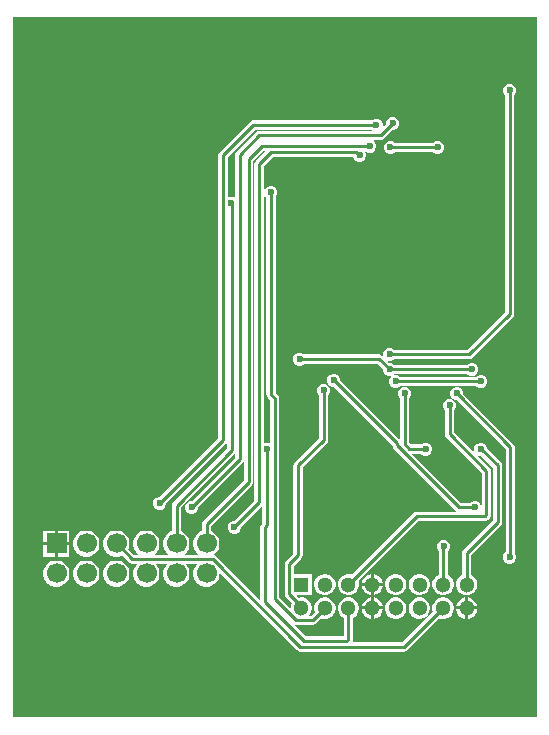
<source format=gbr>
%FSTAX23Y23*%
%MOIN*%
%SFA1B1*%

%IPPOS*%
%ADD17C,0.010000*%
%ADD41R,0.066929X0.066929*%
%ADD42C,0.066929*%
%ADD43C,0.051181*%
%ADD44R,0.051181X0.051181*%
%ADD45C,0.023622*%
%LNpcb1_copper_signal_bot-1*%
%LPD*%
G36*
X02045Y00225D02*
X003D01*
Y0256*
X02045*
Y00225*
G37*
%LNpcb1_copper_signal_bot-2*%
%LPC*%
G36*
X01569Y02226D02*
X0156D01*
X01552Y02223*
X01546Y02217*
X01543Y02209*
Y02204*
X01535Y02196*
X01533Y02197*
Y02204*
X01529Y02212*
X01523Y02218*
X01515Y02221*
X01507*
X01499Y02218*
X01495Y02215*
X011*
X01094Y02214*
X01089Y0221*
X00989Y0211*
X00985Y02105*
X00984Y021*
Y01156*
X0079Y00961*
X00785*
X00777Y00958*
X00771Y00952*
X00768Y00944*
Y00935*
X00771Y00927*
X00777Y00921*
X00785Y00918*
X00794*
X00802Y00921*
X00808Y00927*
X00811Y00935*
Y0094*
X0101Y01139*
X01012Y01142*
X01014Y01141*
Y01123*
X00834Y00942*
X0083Y00937*
X00829Y00931*
Y00845*
X00828Y00845*
X00818Y00839*
X0081Y00831*
X00804Y00821*
X00801Y0081*
Y00799*
X00804Y00788*
X0081Y00778*
X00817Y0077*
X00817Y00768*
X00772*
X00772Y0077*
X00779Y00778*
X00785Y00788*
X00788Y00799*
Y0081*
X00785Y00821*
X00779Y00831*
X00771Y00839*
X00761Y00845*
X0075Y00848*
X00739*
X00728Y00845*
X00718Y00839*
X0071Y00831*
X00704Y00821*
X00701Y0081*
Y00799*
X00704Y00788*
X0071Y00778*
X00717Y0077*
X00717Y00768*
X00702*
X00684Y00786*
X00685Y00788*
X00688Y00799*
Y0081*
X00685Y00821*
X00679Y00831*
X00671Y00839*
X00661Y00845*
X0065Y00848*
X00639*
X00628Y00845*
X00618Y00839*
X0061Y00831*
X00604Y00821*
X00601Y0081*
Y00799*
X00604Y00788*
X0061Y00778*
X00618Y0077*
X00628Y00764*
X00639Y00761*
X0065*
X00661Y00764*
X00663Y00765*
X00685Y00742*
X0069Y00739*
X00696Y00738*
X00714*
X00714Y00736*
X0071Y00731*
X00704Y00721*
X00701Y0071*
Y00699*
X00704Y00688*
X0071Y00678*
X00718Y0067*
X00728Y00664*
X00739Y00661*
X0075*
X00761Y00664*
X00771Y0067*
X00779Y00678*
X00785Y00688*
X00788Y00699*
Y0071*
X00785Y00721*
X00779Y00731*
X00775Y00736*
X00775Y00738*
X00814*
X00814Y00736*
X0081Y00731*
X00804Y00721*
X00801Y0071*
Y00699*
X00804Y00688*
X0081Y00678*
X00818Y0067*
X00828Y00664*
X00839Y00661*
X0085*
X00861Y00664*
X00871Y0067*
X00879Y00678*
X00885Y00688*
X00888Y00699*
Y0071*
X00885Y00721*
X00879Y00731*
X00875Y00736*
X00875Y00738*
X00914*
X00914Y00736*
X0091Y00731*
X00904Y00721*
X00901Y0071*
Y00699*
X00904Y00688*
X0091Y00678*
X00918Y0067*
X00928Y00664*
X00939Y00661*
X0095*
X00961Y00664*
X00971Y0067*
X00979Y00678*
X00985Y00688*
X00988Y00699*
Y00705*
X0099Y00706*
X01247Y00449*
X01252Y00445*
X01258Y00444*
X01603*
X01609Y00445*
X01614Y00449*
X01721Y00556*
X01729Y00554*
X01738*
X01747Y00556*
X01755Y00561*
X01762Y00568*
X01766Y00576*
X01769Y00585*
Y00594*
X01766Y00603*
X01762Y00611*
X01755Y00618*
X01747Y00623*
X01738Y00625*
X01729*
X0172Y00623*
X01711Y00618*
X01705Y00611*
X017Y00603*
X01698Y00594*
Y00585*
X017Y00578*
X01597Y00475*
X01431*
X0143Y00477*
X01432Y0048*
X01434Y00485*
Y00557*
X0144Y00561*
X01447Y00568*
X01451Y00576*
X01454Y00585*
Y00594*
X01451Y00603*
X01447Y00611*
X0144Y00618*
X01432Y00623*
X01423Y00625*
X01414*
X01405Y00623*
X01396Y00618*
X0139Y00611*
X01385Y00603*
X01383Y00594*
Y00585*
X01385Y00576*
X0139Y00568*
X01396Y00561*
X01403Y00557*
Y00495*
X01276*
X01238Y00533*
X01239Y00535*
X01244Y00534*
X01299*
X01305Y00535*
X0131Y00538*
X01328Y00556*
X01335Y00554*
X01344*
X01353Y00556*
X01361Y00561*
X01368Y00568*
X01373Y00576*
X01375Y00585*
Y00594*
X01373Y00603*
X01368Y00611*
X01361Y00618*
X01353Y00623*
X01344Y00625*
X01335*
X01326Y00623*
X01318Y00618*
X01311Y00611*
X01306Y00603*
X01304Y00594*
Y00585*
X01306Y00578*
X01293Y00564*
X01288*
X01288Y00566*
X01289Y00568*
X01294Y00576*
X01296Y00585*
Y00594*
X01294Y00603*
X01289Y00611*
X01283Y00618*
X01275Y00623*
X01265Y00625*
X01256*
X01254Y00624*
X01247Y00631*
X01248Y00633*
X01296*
Y00704*
X01236*
Y00729*
X0126Y00754*
X01264Y00759*
X01265Y00765*
Y01058*
X01345Y01139*
X01349Y01144*
X0135Y0115*
Y01299*
X01353Y01302*
X01356Y0131*
Y01319*
X01353Y01327*
X01347Y01333*
X01339Y01336*
X0133*
X01322Y01333*
X01316Y01327*
X01313Y01319*
Y0131*
X01316Y01302*
X01319Y01299*
Y01156*
X01239Y01075*
X01235Y0107*
X01234Y01065*
Y00771*
X01209Y00746*
X01206Y00741*
X01205Y00735*
Y00636*
X01206Y00631*
X01209Y00626*
X01229Y00606*
X01228Y00603*
X01225Y00594*
Y00592*
X01223Y00591*
X01188Y00626*
Y01288*
X01187Y01294*
X01184Y01299*
X01175Y01308*
Y01959*
X01178Y01962*
X01181Y0197*
Y01979*
X01178Y01987*
X01172Y01993*
X01164Y01996*
X01155*
X01147Y01993*
X01141Y01987*
X01138Y01979*
Y0197*
X01141Y01962*
X01144Y01959*
Y01302*
X01145Y01296*
X01149Y01291*
X01158Y01282*
Y0114*
X01156Y01139*
X01151Y01141*
X01142*
X01136Y01139*
X01135Y0114*
Y02063*
X01166Y02094*
X01433*
X01436Y02087*
X01442Y02081*
X0145Y02078*
X01459*
X01467Y02081*
X01473Y02087*
X01476Y02095*
Y02104*
X01473Y02111*
X01474Y02113*
X01474Y02113*
X01475Y02113*
X01477Y02111*
X01485Y02108*
X01494*
X01502Y02111*
X01508Y02117*
X01511Y02125*
Y02134*
X01508Y02142*
X01503Y02147*
X01503Y02149*
X01525*
X0153Y0215*
X01535Y02154*
X01564Y02183*
X01569*
X01577Y02186*
X01583Y02192*
X01586Y022*
Y02209*
X01583Y02217*
X01577Y02223*
X01569Y02226*
G37*
G36*
X01719Y02146D02*
X0171D01*
X01702Y02143*
X01699Y0214*
X01573*
X0157Y02143*
X01562Y02146*
X01553*
X01545Y02143*
X01539Y02137*
X01536Y02129*
Y0212*
X01539Y02112*
X01545Y02106*
X01553Y02103*
X01562*
X0157Y02106*
X01573Y02109*
X01699*
X01702Y02106*
X0171Y02103*
X01719*
X01727Y02106*
X01733Y02112*
X01736Y0212*
Y02129*
X01733Y02137*
X01727Y02143*
X01719Y02146*
G37*
G36*
X01959Y02336D02*
X0195D01*
X01942Y02333*
X01936Y02327*
X01933Y02319*
Y0231*
X01936Y02302*
X01939Y02299*
Y01576*
X01813Y0145*
X0157*
X01567Y01453*
X01559Y01456*
X0155*
X01542Y01453*
X01536Y01447*
X01533Y01439*
Y01431*
X01531Y0143*
X0153Y0143*
X01525Y01434*
X0152Y01435*
X0127*
X01267Y01438*
X01259Y01441*
X0125*
X01242Y01438*
X01236Y01432*
X01233Y01424*
Y01415*
X01236Y01407*
X01242Y01401*
X0125Y01398*
X01259*
X01267Y01401*
X0127Y01404*
X01513*
X01533Y01385*
Y0138*
X01536Y01372*
X01542Y01366*
X0155Y01363*
X01559*
X01559Y01363*
X0156Y01361*
X01556Y01357*
X01553Y01349*
Y0134*
X01556Y01332*
X01562Y01326*
X0157Y01323*
X01579*
X01587Y01326*
X0159Y01329*
X01844*
X01847Y01326*
X01855Y01323*
X01864*
X01872Y01326*
X01878Y01332*
X01881Y0134*
Y01349*
X01878Y01357*
X01872Y01363*
X01864Y01366*
X01855*
X01847Y01363*
X01844Y0136*
X0159*
X01587Y01363*
X01579Y01366*
X0157*
X0157Y01366*
X01569Y01368*
X0157Y01369*
X01814*
X01817Y01366*
X01825Y01363*
X01834*
X01842Y01366*
X01848Y01372*
X01851Y0138*
Y01389*
X01848Y01397*
X01842Y01403*
X01834Y01406*
X01825*
X01817Y01403*
X01814Y014*
X0157*
X01567Y01403*
X01559Y01406*
X01554*
X0155Y01411*
X01551Y01413*
X01559*
X01567Y01416*
X0157Y01419*
X0182*
X01825Y0142*
X0183Y01424*
X01965Y01559*
X01969Y01564*
X0197Y0157*
Y02299*
X01973Y02302*
X01976Y0231*
Y02319*
X01973Y02327*
X01967Y02333*
X01959Y02336*
G37*
G36*
X00488Y00848D02*
X0045D01*
Y0081*
X00488*
Y00848*
G37*
G36*
X0044D02*
X00401D01*
Y0081*
X0044*
Y00848*
G37*
G36*
X0055D02*
X00539D01*
X00528Y00845*
X00518Y00839*
X0051Y00831*
X00504Y00821*
X00501Y0081*
Y00799*
X00504Y00788*
X0051Y00778*
X00518Y0077*
X00528Y00764*
X00539Y00761*
X0055*
X00561Y00764*
X00571Y0077*
X00579Y00778*
X00585Y00788*
X00588Y00799*
Y0081*
X00585Y00821*
X00579Y00831*
X00571Y00839*
X00561Y00845*
X0055Y00848*
G37*
G36*
X00488Y008D02*
X0045D01*
Y00761*
X00488*
Y008*
G37*
G36*
X0044D02*
X00401D01*
Y00761*
X0044*
Y008*
G37*
G36*
X01784Y01326D02*
X01775D01*
X01767Y01323*
X01761Y01317*
X01758Y01309*
Y013*
X01761Y01292*
X01767Y01286*
X01775Y01283*
X0178*
X01942Y01121*
Y00777*
X01936Y00772*
X01933Y00764*
Y00755*
X01936Y00747*
X01942Y00741*
X0195Y00738*
X01959*
X01967Y00741*
X01973Y00747*
X01976Y00755*
Y00764*
X01973Y00772*
X01972Y00773*
Y01127*
X01971Y01133*
X01968Y01138*
X01801Y01304*
Y01309*
X01798Y01317*
X01792Y01323*
X01784Y01326*
G37*
G36*
X01502Y00704D02*
Y00673D01*
X01533*
X0153Y00682*
X01526Y0069*
X01519Y00697*
X01511Y00701*
X01502Y00704*
G37*
G36*
X01492D02*
X01483Y00701D01*
X01475Y00697*
X01469Y0069*
X01464Y00682*
X01462Y00673*
X01492*
Y00704*
G37*
G36*
X0055Y00748D02*
X00539D01*
X00528Y00745*
X00518Y00739*
X0051Y00731*
X00504Y00721*
X00501Y0071*
Y00699*
X00504Y00688*
X0051Y00678*
X00518Y0067*
X00528Y00664*
X00539Y00661*
X0055*
X00561Y00664*
X00571Y0067*
X00579Y00678*
X00585Y00688*
X00588Y00699*
Y0071*
X00585Y00721*
X00579Y00731*
X00571Y00739*
X00561Y00745*
X0055Y00748*
G37*
G36*
X0065D02*
X00639D01*
X00628Y00745*
X00618Y00739*
X0061Y00731*
X00604Y00721*
X00601Y0071*
Y00699*
X00604Y00688*
X0061Y00678*
X00618Y0067*
X00628Y00664*
X00639Y00661*
X0065*
X00661Y00664*
X00671Y0067*
X00679Y00678*
X00685Y00688*
X00688Y00699*
Y0071*
X00685Y00721*
X00679Y00731*
X00671Y00739*
X00661Y00745*
X0065Y00748*
G37*
G36*
X0045D02*
X00439D01*
X00428Y00745*
X00418Y00739*
X0041Y00731*
X00404Y00721*
X00401Y0071*
Y00699*
X00404Y00688*
X0041Y00678*
X00418Y0067*
X00428Y00664*
X00439Y00661*
X0045*
X00461Y00664*
X00471Y0067*
X00479Y00678*
X00485Y00688*
X00488Y00699*
Y0071*
X00485Y00721*
X00479Y00731*
X00471Y00739*
X00461Y00745*
X0045Y00748*
G37*
G36*
X01533Y00663D02*
X01502D01*
Y00633*
X01511Y00635*
X01519Y0064*
X01526Y00646*
X0153Y00655*
X01533Y00663*
G37*
G36*
X01492D02*
X01462D01*
X01464Y00655*
X01469Y00646*
X01475Y0064*
X01483Y00635*
X01492Y00633*
Y00663*
G37*
G36*
X01374Y01371D02*
X01365D01*
X01357Y01368*
X01351Y01362*
X01348Y01354*
Y01345*
X01351Y01337*
X01357Y01331*
X01365Y01328*
X0137*
X01564Y01134*
Y01132*
X01565Y01126*
X01568Y01121*
X01775Y00914*
X01778Y00912*
X01778Y0091*
X01645*
X01639Y00909*
X01634Y00905*
X0143Y00702*
X01423Y00704*
X01414*
X01405Y00701*
X01396Y00697*
X0139Y0069*
X01385Y00682*
X01383Y00673*
Y00664*
X01385Y00655*
X0139Y00646*
X01396Y0064*
X01405Y00635*
X01414Y00633*
X01423*
X01432Y00635*
X0144Y0064*
X01447Y00646*
X01451Y00655*
X01454Y00664*
Y00673*
X01452Y0068*
X01651Y00879*
X01872*
X01878Y0088*
X01883Y00884*
X01889Y0089*
X01892Y00895*
X01894Y009*
Y01046*
X01892Y01052*
X01889Y01057*
X01846Y01099*
X01848Y01101*
X01855Y01098*
X0186*
X01899Y01058*
Y00881*
X01801Y00783*
X01798Y00778*
X01797Y00772*
Y00701*
X0179Y00697*
X01784Y0069*
X01779Y00682*
X01776Y00673*
Y00664*
X01779Y00655*
X01784Y00646*
X0179Y0064*
X01798Y00635*
X01807Y00633*
X01817*
X01826Y00635*
X01834Y0064*
X0184Y00646*
X01845Y00655*
X01848Y00664*
Y00673*
X01845Y00682*
X0184Y0069*
X01834Y00697*
X01827Y00701*
Y00766*
X01925Y00864*
X01929Y00869*
X0193Y00875*
Y01065*
X01929Y0107*
X01925Y01075*
X01881Y01119*
Y01124*
X01878Y01132*
X01872Y01138*
X01864Y01141*
X01855*
X01847Y01138*
X01841Y01132*
X01838Y01124*
Y01115*
X01841Y01108*
X01839Y01106*
X0177Y01176*
Y01249*
X01773Y01252*
X01776Y0126*
Y01269*
X01773Y01277*
X01767Y01283*
X01759Y01286*
X0175*
X01742Y01283*
X01736Y01277*
X01733Y01269*
Y0126*
X01736Y01252*
X01739Y01249*
Y0117*
X0174Y01164*
X01744Y01159*
X01863Y01039*
Y0093*
X01861Y0093*
X01858Y00937*
X01852Y00943*
X01844Y00946*
X01835*
X01827Y00943*
X01824Y0094*
X01793*
X0163Y01102*
X01631Y01104*
X01659*
X01662Y01101*
X0167Y01098*
X01679*
X01687Y01101*
X01693Y01107*
X01696Y01115*
Y01124*
X01693Y01132*
X01687Y01138*
X01679Y01141*
X0167*
X01662Y01138*
X01659Y01135*
X01626*
X0162Y01141*
Y01289*
X01623Y01292*
X01626Y013*
Y01309*
X01623Y01317*
X01617Y01323*
X01609Y01326*
X016*
X01592Y01323*
X01586Y01317*
X01583Y01309*
Y013*
X01586Y01292*
X01589Y01289*
Y01154*
X01587Y01153*
X01391Y01349*
Y01354*
X01388Y01362*
X01382Y01368*
X01374Y01371*
G37*
G36*
X01659Y00704D02*
X0165D01*
X01641Y00701*
X01633Y00697*
X01626Y0069*
X01621Y00682*
X01619Y00673*
Y00664*
X01621Y00655*
X01626Y00646*
X01633Y0064*
X01641Y00635*
X0165Y00633*
X01659*
X01668Y00635*
X01676Y0064*
X01683Y00646*
X01688Y00655*
X0169Y00664*
Y00673*
X01688Y00682*
X01683Y0069*
X01676Y00697*
X01668Y00701*
X01659Y00704*
G37*
G36*
X0158D02*
X01571D01*
X01562Y00701*
X01554Y00697*
X01547Y0069*
X01543Y00682*
X0154Y00673*
Y00664*
X01543Y00655*
X01547Y00646*
X01554Y0064*
X01562Y00635*
X01571Y00633*
X0158*
X01589Y00635*
X01598Y0064*
X01604Y00646*
X01609Y00655*
X01611Y00664*
Y00673*
X01609Y00682*
X01604Y0069*
X01598Y00697*
X01589Y00701*
X0158Y00704*
G37*
G36*
X01344D02*
X01335D01*
X01326Y00701*
X01318Y00697*
X01311Y0069*
X01306Y00682*
X01304Y00673*
Y00664*
X01306Y00655*
X01311Y00646*
X01318Y0064*
X01326Y00635*
X01335Y00633*
X01344*
X01353Y00635*
X01361Y0064*
X01368Y00646*
X01373Y00655*
X01375Y00664*
Y00673*
X01373Y00682*
X01368Y0069*
X01361Y00697*
X01353Y00701*
X01344Y00704*
G37*
G36*
X01739Y00816D02*
X0173D01*
X01722Y00813*
X01716Y00807*
X01713Y00799*
Y0079*
X01716Y00782*
X01719Y0078*
Y00701*
X01711Y00697*
X01705Y0069*
X017Y00682*
X01698Y00673*
Y00664*
X017Y00655*
X01705Y00646*
X01711Y0064*
X0172Y00635*
X01729Y00633*
X01738*
X01747Y00635*
X01755Y0064*
X01762Y00646*
X01766Y00655*
X01769Y00664*
Y00673*
X01766Y00682*
X01762Y0069*
X01755Y00697*
X01749Y007*
Y00778*
X01753Y00782*
X01756Y0079*
Y00799*
X01753Y00807*
X01747Y00813*
X01739Y00816*
G37*
G36*
X01817Y00625D02*
Y00595D01*
X01847*
X01845Y00603*
X0184Y00611*
X01834Y00618*
X01826Y00623*
X01817Y00625*
G37*
G36*
X01502D02*
Y00595D01*
X01533*
X0153Y00603*
X01526Y00611*
X01519Y00618*
X01511Y00623*
X01502Y00625*
G37*
G36*
X01807D02*
X01798Y00623D01*
X0179Y00618*
X01784Y00611*
X01779Y00603*
X01776Y00595*
X01807*
Y00625*
G37*
G36*
X01492D02*
X01483Y00623D01*
X01475Y00618*
X01469Y00611*
X01464Y00603*
X01462Y00595*
X01492*
Y00625*
G37*
G36*
X01847Y00585D02*
X01817D01*
Y00554*
X01826Y00556*
X01834Y00561*
X0184Y00568*
X01845Y00576*
X01847Y00585*
G37*
G36*
X01533D02*
X01502D01*
Y00554*
X01511Y00556*
X01519Y00561*
X01526Y00568*
X0153Y00576*
X01533Y00585*
G37*
G36*
X01807D02*
X01776D01*
X01779Y00576*
X01784Y00568*
X0179Y00561*
X01798Y00556*
X01807Y00554*
Y00585*
G37*
G36*
X01492D02*
X01462D01*
X01464Y00576*
X01469Y00568*
X01475Y00561*
X01483Y00556*
X01492Y00554*
Y00585*
G37*
G36*
X01659Y00625D02*
X0165D01*
X01641Y00623*
X01633Y00618*
X01626Y00611*
X01621Y00603*
X01619Y00594*
Y00585*
X01621Y00576*
X01626Y00568*
X01633Y00561*
X01641Y00556*
X0165Y00554*
X01659*
X01668Y00556*
X01676Y00561*
X01683Y00568*
X01688Y00576*
X0169Y00585*
Y00594*
X01688Y00603*
X01683Y00611*
X01676Y00618*
X01668Y00623*
X01659Y00625*
G37*
G36*
X0158D02*
X01571D01*
X01562Y00623*
X01554Y00618*
X01547Y00611*
X01543Y00603*
X0154Y00594*
Y00585*
X01543Y00576*
X01547Y00568*
X01554Y00561*
X01562Y00556*
X01571Y00554*
X0158*
X01589Y00556*
X01598Y00561*
X01604Y00568*
X01609Y00576*
X01611Y00585*
Y00594*
X01609Y00603*
X01604Y00611*
X01598Y00618*
X01589Y00623*
X0158Y00625*
G37*
%LNpcb1_copper_signal_bot-3*%
%LPD*%
G36*
X01498Y02182D02*
X01497Y0218D01*
X0112*
X01114Y02179*
X01109Y02175*
X01044Y0211*
X0104Y02105*
X01039Y021*
Y0196*
X01038Y01959*
X01032Y01961*
X01023*
X01017Y01959*
X01015Y0196*
Y02093*
X01106Y02184*
X01495*
X01498Y02182*
G37*
G36*
X01039Y01102D02*
Y01091D01*
X00895Y00946*
X0089*
X00882Y00943*
X00876Y00937*
X00873Y00929*
Y0092*
X00876Y00912*
X00882Y00906*
X0089Y00903*
X00899*
X00907Y00906*
X00913Y00912*
X00916Y0092*
Y00925*
X01065Y01074*
X01069Y01079*
X01071Y01078*
Y01017*
X00934Y0088*
X0093Y00875*
X00929Y0087*
Y00845*
X00928Y00845*
X00918Y00839*
X0091Y00831*
X00904Y00821*
X00901Y0081*
Y00799*
X00904Y00788*
X0091Y00778*
X00917Y0077*
X00917Y00768*
X00872*
X00872Y0077*
X00879Y00778*
X00885Y00788*
X00888Y00799*
Y0081*
X00885Y00821*
X00879Y00831*
X00871Y00839*
X00861Y00845*
X0086Y00845*
Y00925*
X01037Y01102*
X01039Y01102*
G37*
G36*
X01141Y02112D02*
X01109Y0208D01*
X01105Y02075*
X01104Y0207*
Y00948*
X01038Y00881*
X01033*
X01025Y00878*
X01019Y00872*
X01016Y00864*
Y00855*
X01019Y00847*
X01025Y00841*
X01033Y00838*
X01042*
X0105Y00841*
X01056Y00847*
X01059Y00855*
Y0086*
X01129Y0093*
X01131Y00929*
Y00872*
X01129Y0087*
X01125Y00865*
X01124Y00859*
Y00618*
X01122Y00617*
X00975Y00764*
X0097Y00767*
X0097Y00767*
X0097Y00769*
X00971Y0077*
X00979Y00778*
X00985Y00788*
X00988Y00799*
Y0081*
X00985Y00821*
X00979Y00831*
X00971Y00839*
X00961Y00845*
X0096Y00845*
Y00863*
X01097Y01*
X011Y01005*
X01101Y01011*
Y0208*
X01136Y02114*
X0114*
X01141Y02112*
G37*
G54D17*
X0103Y01116D02*
Y01938D01*
X01055Y01085D02*
Y021D01*
X0112Y02165*
X00895Y00925D02*
X01055Y01085D01*
X01028Y0194D02*
X0103Y01938D01*
X0079Y0094D02*
X01Y0115D01*
Y021D02*
X011Y022D01*
X01Y0115D02*
Y021D01*
X00845Y00931D02*
X0103Y01116D01*
X0116Y0211D02*
X01442D01*
X0112Y0207D02*
X0116Y0211D01*
X01452Y021D02*
X01455D01*
X01442Y0211D02*
X01452Y021D01*
X01086Y02086D02*
X0113Y0213D01*
X00945Y0087D02*
X01086Y01011D01*
Y02086*
X0112Y00942D02*
Y0207D01*
X01146Y00866D02*
Y0112D01*
X0116Y01302D02*
Y01975D01*
X0114Y0061D02*
Y00859D01*
X01173Y0062D02*
X01244Y00549D01*
X0114Y00859D02*
X01146Y00866D01*
X01038Y0086D02*
X0112Y00942D01*
X0116Y01302D02*
X01173Y01288D01*
Y0062D02*
Y01288D01*
X0114Y0061D02*
X0127Y0048D01*
X00945Y0087D02*
Y00805D01*
X01244Y00549D02*
X01299D01*
X0182Y01435D02*
X01955Y0157D01*
X01555Y01435D02*
X0182D01*
X01955Y0157D02*
Y02315D01*
X01555Y01385D02*
X0183D01*
X01755Y0117D02*
X01878Y01046D01*
X01755Y0117D02*
Y01265D01*
X01575Y01345D02*
X0186D01*
X01558Y02125D02*
X01715D01*
X00845Y00805D02*
Y00931D01*
X01261Y00596D02*
Y00601D01*
X0122Y00636D02*
X01261Y00596D01*
X01264Y00593*
X0122Y00636D02*
Y00735D01*
X0125Y00765*
X01261Y0059D02*
Y00596D01*
X0125Y00765D02*
Y01065D01*
X01335Y0115*
X011Y022D02*
X01511D01*
X0112Y02165D02*
X01525D01*
X0113Y0213D02*
X0149D01*
X01525Y02165D02*
X01565Y02205D01*
X01878Y009D02*
Y01046D01*
X01812Y00772D02*
X01915Y00875D01*
X0186Y0112D02*
X01915Y01065D01*
Y00875D02*
Y01065D01*
X01812Y00668D02*
Y00772D01*
X01645Y00895D02*
X01872D01*
X01878Y009*
X01957Y00762D02*
Y01127D01*
X01955Y0076D02*
X01957Y00762D01*
X01733Y00668D02*
X01734Y00669D01*
Y00794*
X01735Y00795*
X01418Y00668D02*
X01645Y00895D01*
X01786Y00925D02*
X0184D01*
X0178Y01305D02*
X01957Y01127D01*
X01605Y01135D02*
Y01305D01*
X01579Y01132D02*
X01786Y00925D01*
X0137Y0135D02*
X01579Y0114D01*
Y01132D02*
Y0114D01*
X01255Y0142D02*
X0152D01*
X01555Y01385*
X00696Y00753D02*
X00965D01*
X01299Y00549D02*
X0134Y0059D01*
X0127Y0048D02*
X01412D01*
X00965Y00753D02*
X01258Y0046D01*
X01603*
X01335Y0115D02*
Y01315D01*
X01605Y01135D02*
X0162Y0112D01*
X01675*
X01418Y00485D02*
Y0059D01*
X01412Y0048D02*
X01418Y00485D01*
X01603Y0046D02*
X01733Y0059D01*
X00645Y00805D02*
X00696Y00753D01*
X01733Y00668D02*
X01741Y00676D01*
G54D41*
X00445Y00805D03*
G54D42*
X00545Y00805D03*
X00645D03*
X00745D03*
X00845D03*
X00945D03*
X00445Y00705D03*
X00545D03*
X00645D03*
X00745D03*
X00845D03*
X00945D03*
G54D43*
X01812Y0059D03*
X01733D03*
X01655D03*
X01576D03*
X01497D03*
X01418D03*
X0134D03*
X01261D03*
X01812Y00668D03*
X01733D03*
X01655D03*
X01576D03*
X01497D03*
X01418D03*
X0134D03*
G54D44*
X01261Y00668D03*
G54D45*
X0079Y0094D03*
X00895Y00925D03*
X0102Y0226D03*
X01028Y0194D03*
X01146Y0112D03*
X0116Y01975D03*
X0183Y01385D03*
X01755Y01265D03*
X01575Y01345D03*
X01558Y02125D03*
X01038Y0086D03*
X01511Y022D03*
X01565Y02205D03*
X0149Y0213D03*
X01955Y0076D03*
X01735Y00795D03*
X0184Y00925D03*
X0178Y01305D03*
X01605D03*
X01715Y02125D03*
X01955Y02315D03*
X0137Y0135D03*
X01555Y01435D03*
Y01385D03*
X01255Y0142D03*
X01455Y021D03*
X0186Y0112D03*
Y01345D03*
X01335Y01315D03*
X01675Y0112D03*
M02*
</source>
